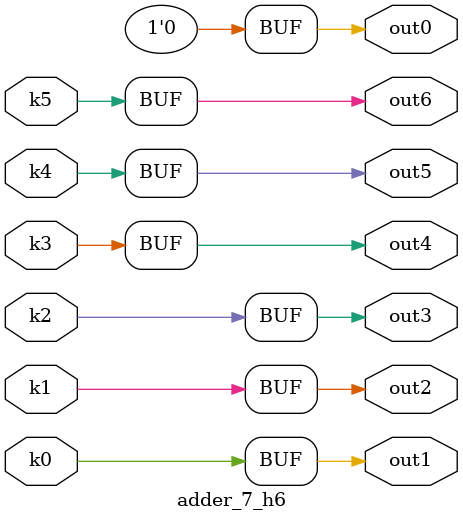
<source format=v>
module adder_7(pi00, pi01, pi02, pi03, pi04, pi05, pi06, pi07, pi08, pi09, pi10, pi11, pi12, po0, po1, po2, po3, po4, po5, po6);
input pi00, pi01, pi02, pi03, pi04, pi05, pi06, pi07, pi08, pi09, pi10, pi11, pi12;
output po0, po1, po2, po3, po4, po5, po6;
wire k0, k1, k2, k3, k4, k5;
adder_7_w6 DUT1 (pi00, pi01, pi02, pi03, pi04, pi05, pi06, pi07, pi08, pi09, pi10, pi11, pi12, k0, k1, k2, k3, k4, k5);
adder_7_h6 DUT2 (k0, k1, k2, k3, k4, k5, po0, po1, po2, po3, po4, po5, po6);
endmodule

module adder_7_w6(in12, in11, in10, in9, in8, in7, in6, in5, in4, in3, in2, in1, in0, k5, k4, k3, k2, k1, k0);
input in12, in11, in10, in9, in8, in7, in6, in5, in4, in3, in2, in1, in0;
output k5, k4, k3, k2, k1, k0;
assign k0 =   in2 & (((in8 | in3) & (((in9 | in4) & (((in10 | in5) & (((in12 | in7) & ((in0 & in11) | (~in1 & in6))) | (in12 & in7 & (in11 | in6)) | (in11 & in6))) | (in10 & in5))) | (in9 & in4))) | (in8 & in3));
assign k1 =   ((~in8 ^ in3) & (((~in9 | ~in4) & (((~in10 | ~in5) & (((~in12 | ~in7) & ((in1 & ~in11) | (~in0 & ~in6))) | (~in12 & ~in7 & (~in11 | ~in6)) | (~in11 & ~in6))) | (~in10 & ~in5))) | (~in9 & ~in4))) | ((in8 ^ in3) & ((in9 & in4) | ((in9 | in4) & ((in10 & in5) | ((in10 | in5) & (((in12 | in7) & ((in0 & in11) | (~in1 & in6))) | (in11 & in6) | (in12 & in7 & (in11 | in6))))))));
assign k2 =   ((~in9 ^ in4) & (((~in10 | ~in5) & (((~in12 | ~in7) & ((in1 & ~in11) | (~in0 & ~in6))) | (~in12 & ~in7 & (~in11 | ~in6)) | (~in11 & ~in6))) | (~in10 & ~in5))) | ((in9 ^ in4) & ((in10 & in5) | ((in10 | in5) & (((in12 | in7) & ((in0 & in11) | (~in1 & in6))) | (in11 & in6) | (in12 & in7 & (in11 | in6))))));
assign k3 =   ((~in10 ^ in5) & (((~in12 | ~in7) & ((in1 & ~in11) | (~in0 & ~in6))) | (~in12 & ~in7 & (~in11 | ~in6)) | (~in11 & ~in6))) | ((in10 ^ in5) & (((in12 | in7) & ((in0 & in11) | (~in1 & in6))) | (in11 & in6) | (in12 & in7 & (in11 | in6))));
assign k4 =   ((~in12 | ~in7) & ((in1 & in11 & in6) | (~in0 & ~in11 & ~in6))) | ((in12 | in7) & ((~in1 & ~in11 & in6) | (in0 & in11 & ~in6))) | (in12 & in7 & (in11 ^ in6)) | (~in12 & ~in7 & (~in11 ^ in6));
assign k5 =   (in0 & (in12 ^ in7)) | (in1 & (~in12 ^ in7));
endmodule

module adder_7_h6(k5, k4, k3, k2, k1, k0, out6, out5, out4, out3, out2, out1, out0);
input k5, k4, k3, k2, k1, k0;
output out6, out5, out4, out3, out2, out1, out0;
assign out0 = 0;
assign out1 = k0;
assign out2 = k1;
assign out3 = k2;
assign out4 = k3;
assign out5 = k4;
assign out6 = k5;
endmodule

</source>
